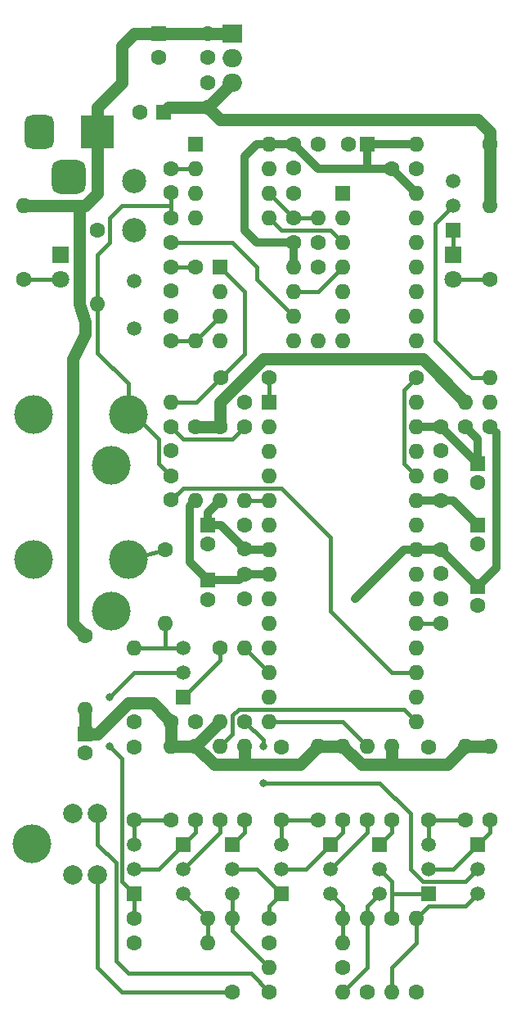
<source format=gtl>
%TF.GenerationSoftware,KiCad,Pcbnew,7.0.6*%
%TF.CreationDate,2024-08-31T12:14:03+02:00*%
%TF.ProjectId,Analog-Video-Comb-Filter,416e616c-6f67-42d5-9669-64656f2d436f,rev?*%
%TF.SameCoordinates,PX71d9820PY9157080*%
%TF.FileFunction,Copper,L1,Top*%
%TF.FilePolarity,Positive*%
%FSLAX46Y46*%
G04 Gerber Fmt 4.6, Leading zero omitted, Abs format (unit mm)*
G04 Created by KiCad (PCBNEW 7.0.6) date 2024-08-31 12:14:03*
%MOMM*%
%LPD*%
G01*
G04 APERTURE LIST*
G04 Aperture macros list*
%AMRoundRect*
0 Rectangle with rounded corners*
0 $1 Rounding radius*
0 $2 $3 $4 $5 $6 $7 $8 $9 X,Y pos of 4 corners*
0 Add a 4 corners polygon primitive as box body*
4,1,4,$2,$3,$4,$5,$6,$7,$8,$9,$2,$3,0*
0 Add four circle primitives for the rounded corners*
1,1,$1+$1,$2,$3*
1,1,$1+$1,$4,$5*
1,1,$1+$1,$6,$7*
1,1,$1+$1,$8,$9*
0 Add four rect primitives between the rounded corners*
20,1,$1+$1,$2,$3,$4,$5,0*
20,1,$1+$1,$4,$5,$6,$7,0*
20,1,$1+$1,$6,$7,$8,$9,0*
20,1,$1+$1,$8,$9,$2,$3,0*%
G04 Aperture macros list end*
%TA.AperFunction,ComponentPad*%
%ADD10C,1.600000*%
%TD*%
%TA.AperFunction,ComponentPad*%
%ADD11O,1.600000X1.600000*%
%TD*%
%TA.AperFunction,ComponentPad*%
%ADD12R,1.600000X1.600000*%
%TD*%
%TA.AperFunction,ComponentPad*%
%ADD13R,3.500000X3.500000*%
%TD*%
%TA.AperFunction,ComponentPad*%
%ADD14RoundRect,0.750000X-0.750000X-1.000000X0.750000X-1.000000X0.750000X1.000000X-0.750000X1.000000X0*%
%TD*%
%TA.AperFunction,ComponentPad*%
%ADD15RoundRect,0.875000X-0.875000X-0.875000X0.875000X-0.875000X0.875000X0.875000X-0.875000X0.875000X0*%
%TD*%
%TA.AperFunction,ComponentPad*%
%ADD16C,2.500000*%
%TD*%
%TA.AperFunction,ComponentPad*%
%ADD17R,1.500000X1.500000*%
%TD*%
%TA.AperFunction,ComponentPad*%
%ADD18C,1.500000*%
%TD*%
%TA.AperFunction,ComponentPad*%
%ADD19R,2.000000X1.905000*%
%TD*%
%TA.AperFunction,ComponentPad*%
%ADD20O,2.000000X1.905000*%
%TD*%
%TA.AperFunction,ComponentPad*%
%ADD21C,4.000000*%
%TD*%
%TA.AperFunction,ComponentPad*%
%ADD22C,2.000000*%
%TD*%
%TA.AperFunction,ComponentPad*%
%ADD23R,1.800000X1.800000*%
%TD*%
%TA.AperFunction,ComponentPad*%
%ADD24C,1.800000*%
%TD*%
%TA.AperFunction,ViaPad*%
%ADD25C,0.800000*%
%TD*%
%TA.AperFunction,Conductor*%
%ADD26C,1.270000*%
%TD*%
%TA.AperFunction,Conductor*%
%ADD27C,0.406400*%
%TD*%
%TA.AperFunction,Conductor*%
%ADD28C,0.812800*%
%TD*%
G04 APERTURE END LIST*
D10*
%TO.P,R3,1*%
%TO.N,/Y*%
X25400000Y2540000D03*
D11*
%TO.P,R3,2*%
%TO.N,Net-(Q2-E)*%
X25400000Y10160000D03*
%TD*%
D10*
%TO.P,C10,1*%
%TO.N,GND*%
X15240000Y27820000D03*
%TO.P,C10,2*%
%TO.N,Net-(Q8-E)*%
X15240000Y20320000D03*
%TD*%
D12*
%TO.P,U4,1*%
%TO.N,GND*%
X36830000Y85090000D03*
D11*
%TO.P,U4,2*%
%TO.N,unconnected-(U4-Pad2)*%
X36830000Y82550000D03*
%TO.P,U4,3*%
%TO.N,Net-(U5-BURST)*%
X36830000Y80010000D03*
%TO.P,U4,4*%
%TO.N,Net-(U3-BG)*%
X36830000Y77470000D03*
%TO.P,U4,5*%
%TO.N,GND*%
X36830000Y74930000D03*
%TO.P,U4,6*%
%TO.N,unconnected-(U4-Pad6)*%
X36830000Y72390000D03*
%TO.P,U4,7,GND*%
%TO.N,GND*%
X36830000Y69850000D03*
%TO.P,U4,8*%
%TO.N,unconnected-(U4-Pad8)*%
X44450000Y69850000D03*
%TO.P,U4,9*%
%TO.N,GND*%
X44450000Y72390000D03*
%TO.P,U4,10*%
%TO.N,unconnected-(U4-Pad10)*%
X44450000Y74930000D03*
%TO.P,U4,11*%
%TO.N,GND*%
X44450000Y77470000D03*
%TO.P,U4,12*%
%TO.N,unconnected-(U4-Pad12)*%
X44450000Y80010000D03*
%TO.P,U4,13*%
%TO.N,GND*%
X44450000Y82550000D03*
%TO.P,U4,14,VCC*%
%TO.N,VCC*%
X44450000Y85090000D03*
%TD*%
D10*
%TO.P,R24,1*%
%TO.N,GND*%
X15240000Y7620000D03*
D11*
%TO.P,R24,2*%
%TO.N,Net-(Q9-E)*%
X22860000Y7620000D03*
%TD*%
D10*
%TO.P,L1,1,1*%
%TO.N,+12V*%
X10160000Y39370000D03*
D11*
%TO.P,L1,2,2*%
%TO.N,+12VA*%
X10160000Y31750000D03*
%TD*%
D10*
%TO.P,R21,1*%
%TO.N,Net-(Q8-E)*%
X19050000Y20320000D03*
D11*
%TO.P,R21,2*%
%TO.N,+12VA*%
X19050000Y27940000D03*
%TD*%
D10*
%TO.P,R6,1*%
%TO.N,Net-(Q2-C)*%
X26670000Y20320000D03*
D11*
%TO.P,R6,2*%
%TO.N,+12VA*%
X26670000Y27940000D03*
%TD*%
D10*
%TO.P,C11,1*%
%TO.N,VCC*%
X31750000Y90170000D03*
%TO.P,C11,2*%
%TO.N,GND*%
X31750000Y87670000D03*
%TD*%
%TO.P,R1,1*%
%TO.N,Net-(D1-A)*%
X3810000Y76200000D03*
D11*
%TO.P,R1,2*%
%TO.N,+12V*%
X3810000Y83820000D03*
%TD*%
D10*
%TO.P,R5,1*%
%TO.N,GND*%
X39370000Y2540000D03*
D11*
%TO.P,R5,2*%
%TO.N,Net-(Q1-E)*%
X39370000Y10160000D03*
%TD*%
D10*
%TO.P,R19,1*%
%TO.N,Net-(Q7-C)*%
X24130000Y38100000D03*
D11*
%TO.P,R19,2*%
%TO.N,+12VA*%
X24130000Y30480000D03*
%TD*%
D12*
%TO.P,U2,1,FSC*%
%TO.N,Net-(U2-FSC)*%
X29210000Y63500000D03*
D11*
%TO.P,U2,2,i.c.*%
%TO.N,unconnected-(U2-i.c.-Pad2)*%
X29210000Y60960000D03*
%TO.P,U2,3,BYP*%
%TO.N,GND*%
X29210000Y58420000D03*
%TO.P,U2,4,i.c.*%
X29210000Y55880000D03*
%TO.P,U2,5,REFBP*%
%TO.N,Net-(U2-REFBP)*%
X29210000Y53340000D03*
%TO.P,U2,6,SSYN*%
%TO.N,GND*%
X29210000Y50800000D03*
%TO.P,U2,7,VCCA*%
%TO.N,+5VA*%
X29210000Y48260000D03*
%TO.P,U2,8,VCCO*%
%TO.N,+5VP*%
X29210000Y45720000D03*
%TO.P,U2,9,AGND*%
%TO.N,GND*%
X29210000Y43180000D03*
%TO.P,U2,10,CEXT*%
%TO.N,unconnected-(U2-CEXT-Pad10)*%
X29210000Y40640000D03*
%TO.P,U2,11,OGND*%
%TO.N,GND*%
X29210000Y38100000D03*
%TO.P,U2,12,CO*%
%TO.N,/DRV-C*%
X29210000Y35560000D03*
%TO.P,U2,13,FSCSW*%
%TO.N,GND*%
X29210000Y33020000D03*
%TO.P,U2,14,YO*%
%TO.N,/DRV-Y*%
X29210000Y30480000D03*
%TO.P,U2,15,CVBSO*%
%TO.N,/DRV-CV*%
X44450000Y30480000D03*
%TO.P,U2,16,i.c.*%
%TO.N,GND*%
X44450000Y33020000D03*
%TO.P,U2,17,YEXT/CVBS*%
%TO.N,Net-(U2-YEXT{slash}CVBS)*%
X44450000Y35560000D03*
%TO.P,U2,18,LPFION*%
%TO.N,Net-(JP3-A)*%
X44450000Y38100000D03*
%TO.P,U2,19,CSY*%
%TO.N,Net-(U2-CSY)*%
X44450000Y40640000D03*
%TO.P,U2,20,SYS1*%
%TO.N,Net-(JP2-A)*%
X44450000Y43180000D03*
%TO.P,U2,21,DGND*%
%TO.N,GND*%
X44450000Y45720000D03*
%TO.P,U2,22,VDDD*%
%TO.N,+5VD*%
X44450000Y48260000D03*
%TO.P,U2,23,SYS2*%
%TO.N,Net-(JP1-A)*%
X44450000Y50800000D03*
%TO.P,U2,24,REFDL*%
%TO.N,/REFDL*%
X44450000Y53340000D03*
%TO.P,U2,25,COMBENA*%
%TO.N,Net-(U2-COMBENA)*%
X44450000Y55880000D03*
%TO.P,U2,26,PLLGND*%
%TO.N,GND*%
X44450000Y58420000D03*
%TO.P,U2,27,VCCPLL*%
%TO.N,+5VL*%
X44450000Y60960000D03*
%TO.P,U2,28,i.c.*%
%TO.N,unconnected-(U2-i.c.-Pad28)*%
X44450000Y63500000D03*
%TD*%
D10*
%TO.P,C8,1*%
%TO.N,+5V*%
X22860000Y93980000D03*
%TO.P,C8,2*%
%TO.N,GND*%
X22860000Y96480000D03*
%TD*%
%TO.P,C29,1*%
%TO.N,Net-(U5-INT)*%
X31750000Y82550000D03*
%TO.P,C29,2*%
%TO.N,GND*%
X31750000Y85050000D03*
%TD*%
D12*
%TO.P,C3,1*%
%TO.N,+12V*%
X17780000Y101600000D03*
D10*
%TO.P,C3,2*%
%TO.N,GND*%
X17780000Y99100000D03*
%TD*%
%TO.P,C19,1*%
%TO.N,Net-(U3-PD)*%
X19050000Y69850000D03*
%TO.P,C19,2*%
%TO.N,GND*%
X19050000Y72350000D03*
%TD*%
%TO.P,R4,1*%
%TO.N,Net-(Q1-C)*%
X41910000Y20320000D03*
D11*
%TO.P,R4,2*%
%TO.N,+12VA*%
X41910000Y27940000D03*
%TD*%
D10*
%TO.P,R20,1*%
%TO.N,GND*%
X15240000Y30480000D03*
D11*
%TO.P,R20,2*%
%TO.N,Net-(Q7-E)*%
X15240000Y38100000D03*
%TD*%
D10*
%TO.P,L6,1,1*%
%TO.N,+5VL*%
X49530000Y60960000D03*
D11*
%TO.P,L6,2,2*%
%TO.N,+5V*%
X49530000Y63500000D03*
%TD*%
D13*
%TO.P,J1,1*%
%TO.N,+12V*%
X11430000Y91440000D03*
D14*
%TO.P,J1,2*%
%TO.N,GND*%
X5430000Y91440000D03*
D15*
%TO.P,J1,3*%
%TO.N,unconnected-(J1-Pad3)*%
X8430000Y86740000D03*
%TD*%
D16*
%TO.P,C24,1*%
%TO.N,Net-(C24-Pad1)*%
X15240000Y81280000D03*
%TO.P,C24,2*%
%TO.N,GND*%
X15240000Y86360000D03*
%TD*%
D10*
%TO.P,C21,1*%
%TO.N,Net-(U3-CVBS)*%
X19050000Y80010000D03*
%TO.P,C21,2*%
%TO.N,/CVBS-IN*%
X19050000Y82510000D03*
%TD*%
%TO.P,C17,1*%
%TO.N,Net-(U2-FSC)*%
X29210000Y66040000D03*
%TO.P,C17,2*%
%TO.N,Net-(U3-FSC)*%
X24210000Y66040000D03*
%TD*%
D17*
%TO.P,Q3,1,C*%
%TO.N,Net-(Q1-B)*%
X45720000Y12700000D03*
D18*
%TO.P,Q3,2,B*%
%TO.N,Net-(Q3-B)*%
X45720000Y15240000D03*
%TO.P,Q3,3,E*%
%TO.N,Net-(Q3-E)*%
X45720000Y17780000D03*
%TD*%
D10*
%TO.P,R8,1*%
%TO.N,Net-(Q3-E)*%
X49530000Y20320000D03*
D11*
%TO.P,R8,2*%
%TO.N,+12VA*%
X49530000Y27940000D03*
%TD*%
D10*
%TO.P,C26,1*%
%TO.N,/CVBS-IN*%
X19050000Y85130000D03*
%TO.P,C26,2*%
%TO.N,Net-(U5-VIDEO)*%
X19050000Y87630000D03*
%TD*%
D12*
%TO.P,C9,1*%
%TO.N,VCC*%
X39370000Y90170000D03*
D10*
%TO.P,C9,2*%
%TO.N,GND*%
X37370000Y90170000D03*
%TD*%
%TO.P,C4,1*%
%TO.N,GND*%
X45720000Y27820000D03*
%TO.P,C4,2*%
%TO.N,Net-(Q3-E)*%
X45720000Y20320000D03*
%TD*%
D17*
%TO.P,Q2,1,C*%
%TO.N,Net-(Q2-C)*%
X25400000Y17780000D03*
D18*
%TO.P,Q2,2,B*%
%TO.N,Net-(Q2-B)*%
X25400000Y15240000D03*
%TO.P,Q2,3,E*%
%TO.N,Net-(Q2-E)*%
X25400000Y12700000D03*
%TD*%
D10*
%TO.P,C33,1*%
%TO.N,+5VL*%
X46990000Y60960000D03*
%TO.P,C33,2*%
%TO.N,GND*%
X46990000Y58460000D03*
%TD*%
D19*
%TO.P,U1,1,IN*%
%TO.N,+12V*%
X25400000Y101600000D03*
D20*
%TO.P,U1,2,GND*%
%TO.N,GND*%
X25400000Y99060000D03*
%TO.P,U1,3,OUT*%
%TO.N,+5V*%
X25400000Y96520000D03*
%TD*%
D10*
%TO.P,R9,1*%
%TO.N,Net-(Q4-E)*%
X34290000Y20320000D03*
D11*
%TO.P,R9,2*%
%TO.N,+12VA*%
X34290000Y27940000D03*
%TD*%
D21*
%TO.P,J3,1,In*%
%TO.N,/CVBS-OUT*%
X14605000Y47230000D03*
%TO.P,J3,2,Ext*%
%TO.N,GND*%
X4805000Y47230000D03*
%TO.P,J3,3,Sw*%
%TO.N,unconnected-(J3-Sw-Pad3)*%
X12805000Y41930000D03*
%TD*%
D17*
%TO.P,Q1,1,C*%
%TO.N,Net-(Q1-C)*%
X40640000Y17780000D03*
D18*
%TO.P,Q1,2,B*%
%TO.N,Net-(Q1-B)*%
X40640000Y15240000D03*
%TO.P,Q1,3,E*%
%TO.N,Net-(Q1-E)*%
X40640000Y12700000D03*
%TD*%
D10*
%TO.P,R13,1*%
%TO.N,GND*%
X44450000Y2540000D03*
D11*
%TO.P,R13,2*%
%TO.N,Net-(Q5-E)*%
X44450000Y10160000D03*
%TD*%
D10*
%TO.P,R27,1*%
%TO.N,GND*%
X26670000Y63500000D03*
D11*
%TO.P,R27,2*%
%TO.N,Net-(U3-FSC)*%
X19050000Y63500000D03*
%TD*%
D10*
%TO.P,C2,1*%
%TO.N,+12VA*%
X19050000Y30480000D03*
%TO.P,C2,2*%
%TO.N,GND*%
X21550000Y30480000D03*
%TD*%
D18*
%TO.P,Y1,1,1*%
%TO.N,Net-(C24-Pad1)*%
X15240000Y76000000D03*
%TO.P,Y1,2,2*%
%TO.N,Net-(U3-XTAL)*%
X15240000Y71120000D03*
%TD*%
D10*
%TO.P,C20,1*%
%TO.N,+5VD*%
X46990000Y48260000D03*
%TO.P,C20,2*%
%TO.N,GND*%
X46990000Y45760000D03*
%TD*%
D17*
%TO.P,Q5,1,C*%
%TO.N,Net-(Q3-B)*%
X50800000Y17780000D03*
D18*
%TO.P,Q5,2,B*%
%TO.N,Net-(Q5-B)*%
X50800000Y15240000D03*
%TO.P,Q5,3,E*%
%TO.N,Net-(Q5-E)*%
X50800000Y12700000D03*
%TD*%
D17*
%TO.P,Q6,1,C*%
%TO.N,Net-(Q4-B)*%
X35560000Y17780000D03*
D18*
%TO.P,Q6,2,B*%
%TO.N,Net-(Q6-B)*%
X35560000Y15240000D03*
%TO.P,Q6,3,E*%
%TO.N,Net-(Q6-E)*%
X35560000Y12700000D03*
%TD*%
D10*
%TO.P,L3,1,1*%
%TO.N,+5V*%
X24130000Y60960000D03*
D11*
%TO.P,L3,2,2*%
%TO.N,+5VA*%
X24130000Y53340000D03*
%TD*%
D10*
%TO.P,C25,1*%
%TO.N,Net-(U2-CSY)*%
X46990000Y40640000D03*
%TO.P,C25,2*%
%TO.N,GND*%
X46990000Y43140000D03*
%TD*%
D12*
%TO.P,U3,1,FSC*%
%TO.N,Net-(U3-FSC)*%
X24130000Y77470000D03*
D11*
%TO.P,U3,2,GND*%
%TO.N,GND*%
X24130000Y74930000D03*
%TO.P,U3,3,PD*%
%TO.N,Net-(U3-PD)*%
X24130000Y72390000D03*
%TO.P,U3,4,XTAL*%
%TO.N,Net-(U3-XTAL)*%
X24130000Y69850000D03*
%TO.P,U3,5,4FSC*%
%TO.N,Net-(U3-4FSC)*%
X31750000Y69850000D03*
%TO.P,U3,6,CVBS*%
%TO.N,Net-(U3-CVBS)*%
X31750000Y72390000D03*
%TO.P,U3,7,BG*%
%TO.N,Net-(U3-BG)*%
X31750000Y74930000D03*
%TO.P,U3,8,VCC*%
%TO.N,VCC*%
X31750000Y77470000D03*
%TD*%
D10*
%TO.P,C22,1*%
%TO.N,Net-(C22-Pad1)*%
X19050000Y77470000D03*
%TO.P,C22,2*%
%TO.N,GND*%
X19050000Y74970000D03*
%TD*%
%TO.P,R26,1*%
%TO.N,Net-(C15-Pad1)*%
X26670000Y60960000D03*
D11*
%TO.P,R26,2*%
%TO.N,Net-(U2-REFBP)*%
X26670000Y53340000D03*
%TD*%
D17*
%TO.P,Q4,1,C*%
%TO.N,Net-(Q2-B)*%
X30480000Y12700000D03*
D18*
%TO.P,Q4,2,B*%
%TO.N,Net-(Q4-B)*%
X30480000Y15240000D03*
%TO.P,Q4,3,E*%
%TO.N,Net-(Q4-E)*%
X30480000Y17780000D03*
%TD*%
D10*
%TO.P,R29,1*%
%TO.N,GND*%
X34290000Y77470000D03*
D11*
%TO.P,R29,2*%
%TO.N,Net-(U3-4FSC)*%
X34290000Y69850000D03*
%TD*%
D10*
%TO.P,L4,1,1*%
%TO.N,+5VD*%
X52070000Y60960000D03*
D11*
%TO.P,L4,2,2*%
%TO.N,+5V*%
X52070000Y63500000D03*
%TD*%
D10*
%TO.P,C5,1*%
%TO.N,GND*%
X30480000Y27820000D03*
%TO.P,C5,2*%
%TO.N,Net-(Q4-E)*%
X30480000Y20320000D03*
%TD*%
D17*
%TO.P,Q8,1,C*%
%TO.N,Net-(Q7-B)*%
X15240000Y12700000D03*
D18*
%TO.P,Q8,2,B*%
%TO.N,Net-(Q8-B)*%
X15240000Y15240000D03*
%TO.P,Q8,3,E*%
%TO.N,Net-(Q8-E)*%
X15240000Y17780000D03*
%TD*%
D10*
%TO.P,R11,1*%
%TO.N,Net-(Q2-B)*%
X29210000Y10160000D03*
D11*
%TO.P,R11,2*%
%TO.N,Net-(Q6-E)*%
X36830000Y10160000D03*
%TD*%
D10*
%TO.P,C28,1*%
%TO.N,Net-(U2-YEXT{slash}CVBS)*%
X19050000Y53380000D03*
%TO.P,C28,2*%
%TO.N,/CVBS-IN*%
X19050000Y55880000D03*
%TD*%
%TO.P,R23,1*%
%TO.N,Net-(Q8-B)*%
X21590000Y20320000D03*
D11*
%TO.P,R23,2*%
%TO.N,+12VA*%
X21590000Y27940000D03*
%TD*%
D12*
%TO.P,C1,1*%
%TO.N,+12VA*%
X10160000Y29210000D03*
D10*
%TO.P,C1,2*%
%TO.N,GND*%
X10160000Y27210000D03*
%TD*%
D12*
%TO.P,C18,1*%
%TO.N,+5VD*%
X50800000Y44450000D03*
D10*
%TO.P,C18,2*%
%TO.N,GND*%
X50800000Y42450000D03*
%TD*%
%TO.P,R15,1*%
%TO.N,GND*%
X29210000Y7620000D03*
D11*
%TO.P,R15,2*%
%TO.N,Net-(Q6-E)*%
X36830000Y7620000D03*
%TD*%
D10*
%TO.P,R14,1*%
%TO.N,Net-(Q4-B)*%
X36830000Y20320000D03*
D11*
%TO.P,R14,2*%
%TO.N,+12VA*%
X36830000Y27940000D03*
%TD*%
D10*
%TO.P,L2,1,1*%
%TO.N,+5V*%
X52070000Y90170000D03*
D11*
%TO.P,L2,2,2*%
%TO.N,VCC*%
X44450000Y90170000D03*
%TD*%
D10*
%TO.P,R25,1*%
%TO.N,Net-(Q9-B)*%
X24130000Y20320000D03*
D11*
%TO.P,R25,2*%
%TO.N,/DRV-CV*%
X24130000Y27940000D03*
%TD*%
D10*
%TO.P,R22,1*%
%TO.N,Net-(Q7-B)*%
X15240000Y10160000D03*
D11*
%TO.P,R22,2*%
%TO.N,Net-(Q9-E)*%
X22860000Y10160000D03*
%TD*%
D17*
%TO.P,Q7,1,C*%
%TO.N,Net-(Q7-C)*%
X20320000Y33020000D03*
D18*
%TO.P,Q7,2,B*%
%TO.N,Net-(Q7-B)*%
X20320000Y35560000D03*
%TO.P,Q7,3,E*%
%TO.N,Net-(Q7-E)*%
X20320000Y38100000D03*
%TD*%
D22*
%TO.P,J2,1*%
%TO.N,GND*%
X8890000Y14605000D03*
%TO.P,J2,2*%
X8890000Y21005000D03*
%TO.P,J2,3*%
%TO.N,/Y*%
X11430000Y14605000D03*
%TO.P,J2,4*%
%TO.N,/C*%
X11430000Y21005000D03*
D21*
%TO.P,J2,5*%
%TO.N,GND*%
X4590000Y17805000D03*
%TD*%
D10*
%TO.P,R18,1*%
%TO.N,/CVBS-OUT*%
X18415000Y48260000D03*
D11*
%TO.P,R18,2*%
%TO.N,Net-(Q7-E)*%
X18415000Y40640000D03*
%TD*%
D12*
%TO.P,U5,1,CSYNC*%
%TO.N,unconnected-(U5-CSYNC-Pad1)*%
X21590000Y90170000D03*
D11*
%TO.P,U5,2,VIDEO*%
%TO.N,Net-(U5-VIDEO)*%
X21590000Y87630000D03*
%TO.P,U5,3,FRAME*%
%TO.N,unconnected-(U5-FRAME-Pad3)*%
X21590000Y85090000D03*
%TO.P,U5,4,GND*%
%TO.N,GND*%
X21590000Y82550000D03*
%TO.P,U5,5,BURST*%
%TO.N,Net-(U5-BURST)*%
X29210000Y82550000D03*
%TO.P,U5,6,INT*%
%TO.N,Net-(U5-INT)*%
X29210000Y85090000D03*
%TO.P,U5,7,O/E*%
%TO.N,unconnected-(U5-O{slash}E-Pad7)*%
X29210000Y87630000D03*
%TO.P,U5,8,VCC*%
%TO.N,VCC*%
X29210000Y90170000D03*
%TD*%
D10*
%TO.P,C12,1*%
%TO.N,VCC*%
X31750000Y80010000D03*
%TO.P,C12,2*%
%TO.N,GND*%
X34250000Y80010000D03*
%TD*%
%TO.P,R28,1*%
%TO.N,Net-(C22-Pad1)*%
X21590000Y77470000D03*
D11*
%TO.P,R28,2*%
%TO.N,Net-(U3-PD)*%
X21590000Y69850000D03*
%TD*%
D10*
%TO.P,R31,1*%
%TO.N,GND*%
X34290000Y90170000D03*
D11*
%TO.P,R31,2*%
%TO.N,Net-(U5-INT)*%
X34290000Y82550000D03*
%TD*%
D10*
%TO.P,R32,1*%
%TO.N,Net-(D2-A)*%
X52070000Y76200000D03*
D11*
%TO.P,R32,2*%
%TO.N,+5V*%
X52070000Y83820000D03*
%TD*%
D12*
%TO.P,C31,1*%
%TO.N,+5VL*%
X50800000Y57150000D03*
D10*
%TO.P,C31,2*%
%TO.N,GND*%
X50800000Y55150000D03*
%TD*%
D21*
%TO.P,J4,1,In*%
%TO.N,/CVBS-IN*%
X14605000Y62230000D03*
%TO.P,J4,2,Ext*%
%TO.N,GND*%
X4805000Y62230000D03*
%TO.P,J4,3,Sw*%
%TO.N,unconnected-(J4-Sw-Pad3)*%
X12805000Y56930000D03*
%TD*%
D10*
%TO.P,R10,1*%
%TO.N,Net-(Q1-B)*%
X41910000Y10160000D03*
D11*
%TO.P,R10,2*%
%TO.N,Net-(Q5-E)*%
X41910000Y2540000D03*
%TD*%
D10*
%TO.P,C30,1*%
%TO.N,/REFDL*%
X46990000Y53340000D03*
%TO.P,C30,2*%
%TO.N,GND*%
X46990000Y55840000D03*
%TD*%
%TO.P,R16,1*%
%TO.N,Net-(Q5-B)*%
X26670000Y30480000D03*
D11*
%TO.P,R16,2*%
%TO.N,/DRV-C*%
X26670000Y38100000D03*
%TD*%
D10*
%TO.P,C13,1*%
%TO.N,VCC*%
X41910000Y87630000D03*
%TO.P,C13,2*%
%TO.N,GND*%
X44410000Y87630000D03*
%TD*%
%TO.P,C6,1*%
%TO.N,+12V*%
X22860000Y101600000D03*
%TO.P,C6,2*%
%TO.N,GND*%
X22860000Y99100000D03*
%TD*%
%TO.P,R17,1*%
%TO.N,Net-(Q6-B)*%
X39370000Y20320000D03*
D11*
%TO.P,R17,2*%
%TO.N,/DRV-Y*%
X39370000Y27940000D03*
%TD*%
D12*
%TO.P,C32,1*%
%TO.N,/REFDL*%
X50800000Y50800000D03*
D10*
%TO.P,C32,2*%
%TO.N,GND*%
X50800000Y48800000D03*
%TD*%
D12*
%TO.P,C7,1*%
%TO.N,+5V*%
X18288000Y93472000D03*
D10*
%TO.P,C7,2*%
%TO.N,GND*%
X15788000Y93472000D03*
%TD*%
%TO.P,R7,1*%
%TO.N,GND*%
X36830000Y5080000D03*
D11*
%TO.P,R7,2*%
%TO.N,Net-(Q2-E)*%
X29210000Y5080000D03*
%TD*%
D17*
%TO.P,Q9,1,C*%
%TO.N,Net-(Q8-B)*%
X20320000Y17780000D03*
D18*
%TO.P,Q9,2,B*%
%TO.N,Net-(Q9-B)*%
X20320000Y15240000D03*
%TO.P,Q9,3,E*%
%TO.N,Net-(Q9-E)*%
X20320000Y12700000D03*
%TD*%
D10*
%TO.P,R30,1*%
%TO.N,Net-(U2-COMBENA)*%
X44450000Y66040000D03*
D11*
%TO.P,R30,2*%
%TO.N,Net-(Q10-B)*%
X52070000Y66040000D03*
%TD*%
D10*
%TO.P,R33,1*%
%TO.N,GND*%
X11430000Y81280000D03*
D11*
%TO.P,R33,2*%
%TO.N,/CVBS-IN*%
X11430000Y73660000D03*
%TD*%
D10*
%TO.P,L5,1,1*%
%TO.N,+5V*%
X21590000Y60960000D03*
D11*
%TO.P,L5,2,2*%
%TO.N,+5VP*%
X21590000Y53340000D03*
%TD*%
D17*
%TO.P,Q10,1,C*%
%TO.N,Net-(D2-K)*%
X48260000Y81280000D03*
D18*
%TO.P,Q10,2,B*%
%TO.N,Net-(Q10-B)*%
X48260000Y83820000D03*
%TO.P,Q10,3,E*%
%TO.N,GND*%
X48260000Y86360000D03*
%TD*%
D10*
%TO.P,C16,1*%
%TO.N,+5VA*%
X26670000Y48300000D03*
%TO.P,C16,2*%
%TO.N,GND*%
X26670000Y50800000D03*
%TD*%
%TO.P,C27,1*%
%TO.N,+5VP*%
X26670000Y45680000D03*
%TO.P,C27,2*%
%TO.N,GND*%
X26670000Y43180000D03*
%TD*%
D12*
%TO.P,C23,1*%
%TO.N,+5VP*%
X22860000Y45085000D03*
D10*
%TO.P,C23,2*%
%TO.N,GND*%
X22860000Y43085000D03*
%TD*%
%TO.P,R2,1*%
%TO.N,/C*%
X29210000Y2540000D03*
D11*
%TO.P,R2,2*%
%TO.N,Net-(Q1-E)*%
X36830000Y2540000D03*
%TD*%
D10*
%TO.P,R12,1*%
%TO.N,Net-(Q3-B)*%
X52070000Y20320000D03*
D11*
%TO.P,R12,2*%
%TO.N,+12VA*%
X52070000Y27940000D03*
%TD*%
D12*
%TO.P,C14,1*%
%TO.N,+5VA*%
X22860000Y50800000D03*
D10*
%TO.P,C14,2*%
%TO.N,GND*%
X22860000Y48800000D03*
%TD*%
%TO.P,C15,1*%
%TO.N,Net-(C15-Pad1)*%
X19050000Y60960000D03*
%TO.P,C15,2*%
%TO.N,GND*%
X19050000Y58460000D03*
%TD*%
D23*
%TO.P,D2,1,K*%
%TO.N,Net-(D2-K)*%
X48260000Y78740000D03*
D24*
%TO.P,D2,2,A*%
%TO.N,Net-(D2-A)*%
X48260000Y76200000D03*
%TD*%
D23*
%TO.P,D1,1,K*%
%TO.N,GND*%
X7620000Y78740000D03*
D24*
%TO.P,D1,2,A*%
%TO.N,Net-(D1-A)*%
X7620000Y76200000D03*
%TD*%
D25*
%TO.N,+5VD*%
X38100000Y43180000D03*
%TO.N,Net-(Q5-B)*%
X28575000Y27940000D03*
X28575000Y24130000D03*
%TO.N,Net-(Q7-B)*%
X12700000Y33020000D03*
X12700000Y27940000D03*
%TD*%
D26*
%TO.N,+12VA*%
X36830000Y27940000D02*
X34290000Y27940000D01*
X21590000Y27940000D02*
X19050000Y27940000D01*
X10160000Y29210000D02*
X10160000Y31750000D01*
X38735000Y26035000D02*
X36830000Y27940000D01*
X47625000Y26035000D02*
X41910000Y26035000D01*
X26670000Y26035000D02*
X23495000Y26035000D01*
X24130000Y30480000D02*
X21590000Y27940000D01*
X49530000Y27940000D02*
X47625000Y26035000D01*
X23495000Y26035000D02*
X21590000Y27940000D01*
X19050000Y27940000D02*
X19050000Y30480000D01*
X11430000Y29210000D02*
X10160000Y29210000D01*
X17145000Y32385000D02*
X14605000Y32385000D01*
X26670000Y27940000D02*
X26670000Y26035000D01*
X41910000Y27940000D02*
X41910000Y26035000D01*
X32385000Y26035000D02*
X26670000Y26035000D01*
X34290000Y27940000D02*
X32385000Y26035000D01*
X41910000Y26035000D02*
X38735000Y26035000D01*
X14605000Y32385000D02*
X11430000Y29210000D01*
X19050000Y30480000D02*
X17145000Y32385000D01*
X52070000Y27940000D02*
X49530000Y27940000D01*
%TO.N,+12V*%
X9525000Y83820000D02*
X9525000Y73660000D01*
X22860000Y101600000D02*
X25400000Y101600000D01*
X10160000Y70485000D02*
X8890000Y67945000D01*
X11430000Y85090000D02*
X10160000Y83820000D01*
X9525000Y73660000D02*
X10160000Y71755000D01*
X13970000Y96520000D02*
X11430000Y93980000D01*
X11430000Y93980000D02*
X11430000Y91440000D01*
X15240000Y101600000D02*
X13970000Y100330000D01*
X10160000Y83820000D02*
X9525000Y83820000D01*
X9525000Y83820000D02*
X3810000Y83820000D01*
X13970000Y100330000D02*
X13970000Y96520000D01*
X17780000Y101600000D02*
X22860000Y101600000D01*
X8890000Y67945000D02*
X8890000Y40640000D01*
X11430000Y91440000D02*
X11430000Y85090000D01*
X17780000Y101600000D02*
X15240000Y101600000D01*
X8890000Y40640000D02*
X10160000Y39370000D01*
X10160000Y71755000D02*
X10160000Y70485000D01*
D27*
%TO.N,Net-(Q3-E)*%
X45720000Y20320000D02*
X45720000Y17780000D01*
X45720000Y20320000D02*
X49530000Y20320000D01*
%TO.N,Net-(Q4-E)*%
X30480000Y20320000D02*
X30480000Y17780000D01*
X34290000Y20320000D02*
X30480000Y20320000D01*
D26*
%TO.N,+5V*%
X52070000Y91440000D02*
X50800000Y92710000D01*
X24130000Y63500000D02*
X24130000Y60960000D01*
X22860000Y93980000D02*
X25400000Y96520000D01*
X52070000Y83820000D02*
X52070000Y90170000D01*
X21590000Y60960000D02*
X24130000Y60960000D01*
X22860000Y93980000D02*
X18796000Y93980000D01*
X50800000Y92710000D02*
X24130000Y92710000D01*
X18796000Y93980000D02*
X18288000Y93472000D01*
X45085000Y67945000D02*
X28575000Y67945000D01*
X28575000Y67945000D02*
X24130000Y63500000D01*
X49530000Y63500000D02*
X45085000Y67945000D01*
X24130000Y92710000D02*
X22860000Y93980000D01*
X52070000Y90170000D02*
X52070000Y91440000D01*
D28*
%TO.N,VCC*%
X27940000Y90170000D02*
X29210000Y90170000D01*
X31750000Y80010000D02*
X27940000Y80010000D01*
X39370000Y87630000D02*
X34290000Y87630000D01*
X31750000Y90170000D02*
X29210000Y90170000D01*
X44450000Y90170000D02*
X39370000Y90170000D01*
X34290000Y87630000D02*
X31750000Y90170000D01*
X44450000Y85090000D02*
X41910000Y87630000D01*
X26670000Y88900000D02*
X27940000Y90170000D01*
X41910000Y87630000D02*
X39370000Y87630000D01*
X26670000Y81280000D02*
X26670000Y88900000D01*
X27940000Y80010000D02*
X26670000Y81280000D01*
X31750000Y77470000D02*
X31750000Y80010000D01*
X39370000Y90170000D02*
X39370000Y87630000D01*
D27*
%TO.N,Net-(Q8-E)*%
X19050000Y20320000D02*
X15240000Y20320000D01*
X15240000Y17780000D02*
X15240000Y20320000D01*
D28*
%TO.N,+5VA*%
X26670000Y48300000D02*
X24170000Y50800000D01*
X24170000Y50800000D02*
X22860000Y50800000D01*
X26710000Y48260000D02*
X26670000Y48300000D01*
X22860000Y52070000D02*
X24130000Y53340000D01*
X22860000Y50800000D02*
X22860000Y52070000D01*
X29210000Y48260000D02*
X26710000Y48260000D01*
D27*
%TO.N,Net-(C15-Pad1)*%
X26670000Y60960000D02*
X25400000Y59690000D01*
X25400000Y59690000D02*
X20320000Y59690000D01*
X20320000Y59690000D02*
X19050000Y60960000D01*
%TO.N,Net-(U2-FSC)*%
X29210000Y66040000D02*
X29210000Y63500000D01*
%TO.N,Net-(U3-FSC)*%
X24210000Y66040000D02*
X21670000Y63500000D01*
X24130000Y77470000D02*
X26670000Y74930000D01*
X26670000Y68500000D02*
X24210000Y66040000D01*
X26670000Y74930000D02*
X26670000Y68500000D01*
X21670000Y63500000D02*
X19050000Y63500000D01*
D28*
%TO.N,+5VD*%
X52705000Y60325000D02*
X52705000Y46355000D01*
X44450000Y48260000D02*
X43180000Y48260000D01*
X52705000Y46355000D02*
X50800000Y44450000D01*
X46990000Y48260000D02*
X44450000Y48260000D01*
X52070000Y60960000D02*
X52705000Y60325000D01*
X43180000Y48260000D02*
X38100000Y43180000D01*
X50800000Y44450000D02*
X46990000Y48260000D01*
D27*
%TO.N,Net-(U3-PD)*%
X19050000Y69850000D02*
X21590000Y69850000D01*
X21590000Y69850000D02*
X24130000Y72390000D01*
%TO.N,Net-(U3-CVBS)*%
X25400000Y80010000D02*
X27940000Y77470000D01*
X19050000Y80010000D02*
X25400000Y80010000D01*
X27940000Y76200000D02*
X31750000Y72390000D01*
X27940000Y77470000D02*
X27940000Y76200000D01*
%TO.N,/CVBS-IN*%
X14605000Y62230000D02*
X14605000Y65405000D01*
X11430000Y78740000D02*
X12700000Y80010000D01*
X12700000Y82550000D02*
X13970000Y83820000D01*
X13970000Y83820000D02*
X19050000Y83820000D01*
X11430000Y73660000D02*
X11430000Y78740000D01*
X14605000Y65405000D02*
X11430000Y68580000D01*
X17780000Y57150000D02*
X17780000Y59690000D01*
X19050000Y83820000D02*
X19050000Y82510000D01*
X17780000Y59690000D02*
X15240000Y62230000D01*
X15240000Y62230000D02*
X14605000Y62230000D01*
X11430000Y68580000D02*
X11430000Y73660000D01*
X19050000Y55880000D02*
X17780000Y57150000D01*
X19050000Y85130000D02*
X19050000Y83820000D01*
X12700000Y80010000D02*
X12700000Y82550000D01*
%TO.N,Net-(C22-Pad1)*%
X21590000Y77470000D02*
X19050000Y77470000D01*
D28*
%TO.N,+5VP*%
X22860000Y45085000D02*
X26075000Y45085000D01*
X26075000Y45085000D02*
X26670000Y45680000D01*
X22860000Y45085000D02*
X20955000Y46990000D01*
X20955000Y52705000D02*
X21590000Y53340000D01*
X26710000Y45720000D02*
X26670000Y45680000D01*
X20955000Y46990000D02*
X20955000Y52705000D01*
X29210000Y45720000D02*
X26710000Y45720000D01*
D27*
%TO.N,Net-(U5-VIDEO)*%
X19050000Y87630000D02*
X21590000Y87630000D01*
%TO.N,Net-(U2-CSY)*%
X46990000Y40640000D02*
X44450000Y40640000D01*
%TO.N,Net-(U5-INT)*%
X31750000Y82550000D02*
X29210000Y85090000D01*
X34290000Y82550000D02*
X31750000Y82550000D01*
%TO.N,Net-(U2-YEXT{slash}CVBS)*%
X35560000Y49530000D02*
X30480000Y54610000D01*
X35560000Y41910000D02*
X35560000Y49530000D01*
X41910000Y35560000D02*
X35560000Y41910000D01*
X20280000Y54610000D02*
X19050000Y53380000D01*
X44450000Y35560000D02*
X41910000Y35560000D01*
X30480000Y54610000D02*
X20280000Y54610000D01*
D28*
%TO.N,+5VL*%
X50800000Y59690000D02*
X49530000Y60960000D01*
X46990000Y60960000D02*
X44450000Y60960000D01*
X50800000Y57150000D02*
X50800000Y59690000D01*
X50800000Y57150000D02*
X46990000Y60960000D01*
D27*
%TO.N,Net-(D1-A)*%
X7620000Y76200000D02*
X3810000Y76200000D01*
%TO.N,Net-(D2-K)*%
X48260000Y81280000D02*
X48260000Y78740000D01*
%TO.N,Net-(D2-A)*%
X48260000Y76200000D02*
X52070000Y76200000D01*
%TO.N,/Y*%
X11430000Y5080000D02*
X11430000Y14605000D01*
X13970000Y2540000D02*
X11430000Y5080000D01*
X25400000Y2540000D02*
X13970000Y2540000D01*
%TO.N,/C*%
X13335000Y15875000D02*
X11430000Y17780000D01*
X27305000Y4445000D02*
X14605000Y4445000D01*
X14605000Y4445000D02*
X13335000Y5715000D01*
X13335000Y5715000D02*
X13335000Y15875000D01*
X11430000Y17780000D02*
X11430000Y21005000D01*
X29210000Y2540000D02*
X27305000Y4445000D01*
%TO.N,/CVBS-OUT*%
X14605000Y47230000D02*
X18415000Y48260000D01*
%TO.N,Net-(Q1-C)*%
X41910000Y20320000D02*
X41910000Y19050000D01*
X41910000Y19050000D02*
X40640000Y17780000D01*
%TO.N,Net-(Q1-B)*%
X41910000Y10160000D02*
X41910000Y12700000D01*
X41910000Y13970000D02*
X40640000Y15240000D01*
X45720000Y12700000D02*
X41910000Y12700000D01*
X41910000Y12700000D02*
X41910000Y13970000D01*
%TO.N,Net-(Q1-E)*%
X39370000Y5080000D02*
X39370000Y10160000D01*
X36830000Y2540000D02*
X39370000Y5080000D01*
X39370000Y10160000D02*
X39370000Y11430000D01*
X39370000Y11430000D02*
X40640000Y12700000D01*
%TO.N,Net-(Q2-C)*%
X26670000Y20320000D02*
X26670000Y19050000D01*
X26670000Y19050000D02*
X25400000Y17780000D01*
%TO.N,Net-(Q2-B)*%
X25400000Y15240000D02*
X27940000Y15240000D01*
X29210000Y11430000D02*
X30480000Y12700000D01*
X27940000Y15240000D02*
X30480000Y12700000D01*
X29210000Y10160000D02*
X29210000Y11430000D01*
%TO.N,Net-(Q2-E)*%
X25400000Y10160000D02*
X25400000Y12700000D01*
X25400000Y8890000D02*
X25400000Y10160000D01*
X29210000Y5080000D02*
X25400000Y8890000D01*
%TO.N,Net-(Q3-B)*%
X50800000Y17780000D02*
X48260000Y15240000D01*
X52070000Y19050000D02*
X50800000Y17780000D01*
X48260000Y15240000D02*
X45720000Y15240000D01*
X52070000Y20320000D02*
X52070000Y19050000D01*
%TO.N,Net-(Q4-B)*%
X33020000Y15240000D02*
X35560000Y17780000D01*
X36830000Y19050000D02*
X35560000Y17780000D01*
X36830000Y20320000D02*
X36830000Y19050000D01*
X30480000Y15240000D02*
X33020000Y15240000D01*
%TO.N,Net-(Q5-B)*%
X43815000Y15240000D02*
X45085000Y13970000D01*
X28575000Y28575000D02*
X26670000Y30480000D01*
X45085000Y13970000D02*
X49530000Y13970000D01*
X28575000Y27940000D02*
X28575000Y28575000D01*
X43815000Y20955000D02*
X43815000Y15240000D01*
X40640000Y24130000D02*
X43815000Y20955000D01*
X49530000Y13970000D02*
X50800000Y15240000D01*
X28575000Y24130000D02*
X40640000Y24130000D01*
%TO.N,Net-(Q5-E)*%
X41910000Y5080000D02*
X41910000Y2540000D01*
X44450000Y10160000D02*
X45720000Y11430000D01*
X45720000Y11430000D02*
X49530000Y11430000D01*
X44450000Y7620000D02*
X41910000Y5080000D01*
X44450000Y10160000D02*
X44450000Y7620000D01*
X49530000Y11430000D02*
X50800000Y12700000D01*
%TO.N,Net-(Q6-B)*%
X39370000Y19050000D02*
X35560000Y15240000D01*
X39370000Y20320000D02*
X39370000Y19050000D01*
%TO.N,Net-(Q6-E)*%
X36830000Y11430000D02*
X35560000Y12700000D01*
X36830000Y7620000D02*
X36830000Y10160000D01*
X36830000Y10160000D02*
X36830000Y11430000D01*
%TO.N,Net-(Q7-C)*%
X24130000Y36830000D02*
X24130000Y38100000D01*
X20320000Y33020000D02*
X24130000Y36830000D01*
%TO.N,Net-(Q7-B)*%
X13970000Y26670000D02*
X13970000Y13970000D01*
X15240000Y10160000D02*
X15240000Y12700000D01*
X15240000Y35560000D02*
X20320000Y35560000D01*
X13970000Y26670000D02*
X12700000Y27940000D01*
X12700000Y33020000D02*
X15240000Y35560000D01*
X13970000Y13970000D02*
X15240000Y12700000D01*
%TO.N,Net-(Q7-E)*%
X20320000Y38100000D02*
X18415000Y38100000D01*
X18415000Y40640000D02*
X18415000Y38100000D01*
X18415000Y38100000D02*
X15240000Y38100000D01*
%TO.N,Net-(Q8-B)*%
X21590000Y19050000D02*
X20320000Y17780000D01*
X21590000Y20320000D02*
X21590000Y19050000D01*
X20320000Y17780000D02*
X17780000Y15240000D01*
X17780000Y15240000D02*
X15240000Y15240000D01*
%TO.N,Net-(Q9-B)*%
X20320000Y15240000D02*
X24130000Y19050000D01*
X24130000Y19050000D02*
X24130000Y20320000D01*
%TO.N,Net-(Q9-E)*%
X22860000Y10160000D02*
X22860000Y7620000D01*
X22860000Y10160000D02*
X20320000Y12700000D01*
%TO.N,Net-(Q10-B)*%
X50165000Y66040000D02*
X52070000Y66040000D01*
X46355000Y81915000D02*
X46355000Y69850000D01*
X46355000Y69850000D02*
X50165000Y66040000D01*
X48260000Y83820000D02*
X46355000Y81915000D01*
%TO.N,/DRV-C*%
X26670000Y38100000D02*
X29210000Y35560000D01*
%TO.N,/DRV-Y*%
X36830000Y30480000D02*
X29210000Y30480000D01*
X39370000Y27940000D02*
X36830000Y30480000D01*
%TO.N,/DRV-CV*%
X25400000Y31115000D02*
X25400000Y29210000D01*
X25400000Y29210000D02*
X24130000Y27940000D01*
X43180000Y31750000D02*
X26035000Y31750000D01*
X26035000Y31750000D02*
X25400000Y31115000D01*
X44450000Y30480000D02*
X43180000Y31750000D01*
%TO.N,Net-(U2-REFBP)*%
X26670000Y53340000D02*
X29210000Y53340000D01*
%TO.N,Net-(U2-COMBENA)*%
X43180000Y57150000D02*
X44450000Y55880000D01*
X44450000Y66040000D02*
X43180000Y64770000D01*
X43180000Y64770000D02*
X43180000Y57150000D01*
%TO.N,Net-(U3-BG)*%
X36830000Y77470000D02*
X34290000Y74930000D01*
X34290000Y74930000D02*
X31750000Y74930000D01*
%TO.N,Net-(U5-BURST)*%
X30480000Y81280000D02*
X35560000Y81280000D01*
X35560000Y81280000D02*
X36830000Y80010000D01*
X29210000Y82550000D02*
X30480000Y81280000D01*
D28*
%TO.N,/REFDL*%
X46990000Y53340000D02*
X48260000Y53340000D01*
X48260000Y53340000D02*
X50800000Y50800000D01*
X44450000Y53340000D02*
X46990000Y53340000D01*
%TD*%
M02*

</source>
